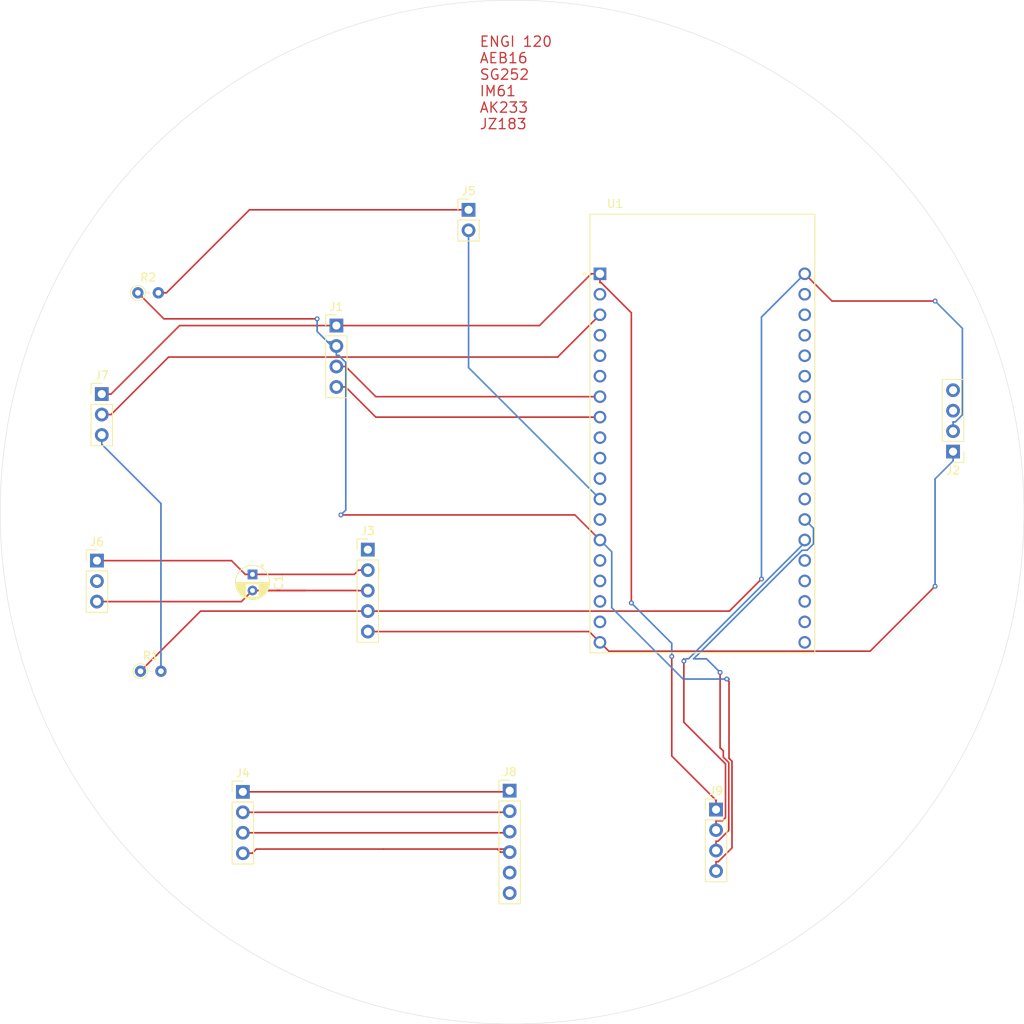
<source format=kicad_pcb>
(kicad_pcb (version 20240108) (generator "pcbnew") (generator_version "8.0")
  (layers (0 "F.Cu" signal) (31 "B.Cu" signal) (34 "B.Paste" user) (35 "F.Paste" user) (36 "B.SilkS" user "B.Silkscreen") (37 "F.SilkS" user "F.Silkscreen") (38 "B.Mask" user) (39 "F.Mask" user) (44 "Edge.Cuts" user))
  (net 0 "")
  (net 1 "ENA")
  (net 2 "3P3V")
  (net 3 "ENB")
  (net 4 "GND")
  (net 5 "OUT+")
  (net 6 "SDA")
  (net 7 "SCL")
  (net 8 "OUT-")
  (net 9 "Bat+")
  (net 10 "EN")
  (net 11 "Bat-")
  (net 12 "E+")
  (net 13 "A+")
  (net 14 "A-")
  (net 15 "E-")
  (net 16 "Net-(J5-Pin_1)")
  (net 17 "LED")
  (net 18 "Net-(J7-Pin_3)")
  (net 19 "BTN")
  (net 20 "DT")
  (net 21 "SCK")
  (footprint "Connector_PinHeader_2.54mm:PinHeader_1x04_P2.54mm_Vertical" (layer "F.Cu") (at 168 92.5 180)
    (property "Reference" "J2" (at 0 -2.33 0) (layer "F.SilkS"))
    (property "Value" "LCD Display")
    (fp_line (start 1.33 1.27) (end 1.33 8.95) (stroke (width 0.12)) (layer "F.SilkS"))
    (fp_line (start -1.33 8.95) (end 1.33 8.95) (stroke (width 0.12)) (layer "F.SilkS"))
    (fp_line (start -1.33 1.27) (end 1.33 1.27) (stroke (width 0.12)) (layer "F.SilkS"))
    (fp_line (start -1.33 1.27) (end -1.33 8.95) (stroke (width 0.12)) (layer "F.SilkS"))
    (fp_line (start -1.33 0) (end -1.33 -1.33) (stroke (width 0.12)) (layer "F.SilkS"))
    (fp_line (start -1.33 -1.33) (end 0 -1.33) (stroke (width 0.12)) (layer "F.SilkS"))
    (pad "1" thru_hole rect (at 0 0 180) (size 1.7 1.7) (drill 1) (layers "*.Cu" "*.Mask") (net 5 "OUT+"))
    (pad "2" thru_hole oval (at 0 2.54 180) (size 1.7 1.7) (drill 1) (layers "*.Cu" "*.Mask") (net 8 "OUT-"))
    (pad "3" thru_hole oval (at 0 5.08 180) (size 1.7 1.7) (drill 1) (layers "*.Cu" "*.Mask") (net 6 "SDA"))
    (pad "4" thru_hole oval (at 0 7.62 180) (size 1.7 1.7) (drill 1) (layers "*.Cu" "*.Mask") (net 7 "SCL"))
  )
  (footprint "Connector_PinHeader_2.54mm:PinHeader_1x06_P2.54mm_Vertical" (layer "F.Cu") (at 113 134.56)
    (property "Reference" "J8" (at 0 -2.33 0) (layer "F.SilkS"))
    (property "Value" "HX")
    (fp_line (start -1.33 -1.33) (end 0 -1.33) (stroke (width 0.12)) (layer "F.SilkS"))
    (fp_line (start -1.33 0) (end -1.33 -1.33) (stroke (width 0.12)) (layer "F.SilkS"))
    (fp_line (start -1.33 1.27) (end -1.33 14.03) (stroke (width 0.12)) (layer "F.SilkS"))
    (fp_line (start -1.33 1.27) (end 1.33 1.27) (stroke (width 0.12)) (layer "F.SilkS"))
    (fp_line (start -1.33 14.03) (end 1.33 14.03) (stroke (width 0.12)) (layer "F.SilkS"))
    (fp_line (start 1.33 1.27) (end 1.33 14.03) (stroke (width 0.12)) (layer "F.SilkS"))
    (pad "1" thru_hole rect (at 0 0) (size 1.7 1.7) (drill 1) (layers "*.Cu" "*.Mask") (net 12 "E+"))
    (pad "2" thru_hole oval (at 0 2.54) (size 1.7 1.7) (drill 1) (layers "*.Cu" "*.Mask") (net 15 "E-"))
    (pad "3" thru_hole oval (at 0 5.08) (size 1.7 1.7) (drill 1) (layers "*.Cu" "*.Mask") (net 14 "A-"))
    (pad "4" thru_hole oval (at 0 7.62) (size 1.7 1.7) (drill 1) (layers "*.Cu" "*.Mask") (net 13 "A+"))
    (pad "5" thru_hole oval (at 0 10.16) (size 1.7 1.7) (drill 1) (layers "*.Cu" "*.Mask"))
    (pad "6" thru_hole oval (at 0 12.7) (size 1.7 1.7) (drill 1) (layers "*.Cu" "*.Mask"))
  )
  (footprint "Connector_PinHeader_2.54mm:PinHeader_1x02_P2.54mm_Vertical" (layer "F.Cu") (at 107.9 62.5)
    (property "Reference" "J5" (at 0 -2.33 0) (layer "F.SilkS"))
    (property "Value" "LED")
    (fp_line (start -1.33 -1.33) (end 0 -1.33) (stroke (width 0.12)) (layer "F.SilkS"))
    (fp_line (start -1.33 0) (end -1.33 -1.33) (stroke (width 0.12)) (layer "F.SilkS"))
    (fp_line (start -1.33 1.27) (end -1.33 3.87) (stroke (width 0.12)) (layer "F.SilkS"))
    (fp_line (start -1.33 1.27) (end 1.33 1.27) (stroke (width 0.12)) (layer "F.SilkS"))
    (fp_line (start -1.33 3.87) (end 1.33 3.87) (stroke (width 0.12)) (layer "F.SilkS"))
    (fp_line (start 1.33 1.27) (end 1.33 3.87) (stroke (width 0.12)) (layer "F.SilkS"))
    (pad "1" thru_hole rect (at 0 0) (size 1.7 1.7) (drill 1) (layers "*.Cu" "*.Mask") (net 16 "Net-(J5-Pin_1)"))
    (pad "2" thru_hole oval (at 0 2.54) (size 1.7 1.7) (drill 1) (layers "*.Cu" "*.Mask") (net 17 "LED"))
  )
  (footprint "Capacitor_THT:CP_Radial_D4.0mm_P2.00mm" (layer "F.Cu") (at 81.1 107.7274 -90)
    (property "Reference" "C1" (at 1 -3.25 90) (layer "F.SilkS"))
    (property "Value" "100uF")
    (fp_line (start 1.2 0.84) (end 1.2 2.071) (stroke (width 0.12)) (layer "F.SilkS"))
    (fp_line (start 1.24 0.84) (end 1.24 2.067) (stroke (width 0.12)) (layer "F.SilkS"))
    (fp_line (start 1.28 0.84) (end 1.28 2.062) (stroke (width 0.12)) (layer "F.SilkS"))
    (fp_line (start 1.32 0.84) (end 1.32 2.056) (stroke (width 0.12)) (layer "F.SilkS"))
    (fp_line (start 1.36 0.84) (end 1.36 2.05) (stroke (width 0.12)) (layer "F.SilkS"))
    (fp_line (start 1.4 0.84) (end 1.4 2.042) (stroke (width 0.12)) (layer "F.SilkS"))
    (fp_line (start 1.44 0.84) (end 1.44 2.034) (stroke (width 0.12)) (layer "F.SilkS"))
    (fp_line (start 1.48 0.84) (end 1.48 2.025) (stroke (width 0.12)) (layer "F.SilkS"))
    (fp_line (start 1.52 0.84) (end 1.52 2.016) (stroke (width 0.12)) (layer "F.SilkS"))
    (fp_line (start 1.56 0.84) (end 1.56 2.005) (stroke (width 0.12)) (layer "F.SilkS"))
    (fp_line (start 1.6 0.84) (end 1.6 1.994) (stroke (width 0.12)) (layer "F.SilkS"))
    (fp_line (start 1.64 0.84) (end 1.64 1.982) (stroke (width 0.12)) (layer "F.SilkS"))
    (fp_line (start 1.68 0.84) (end 1.68 1.968) (stroke (width 0.12)) (layer "F.SilkS"))
    (fp_line (start 1.721 0.84) (end 1.721 1.954) (stroke (width 0.12)) (layer "F.SilkS"))
    (fp_line (start 1.761 0.84) (end 1.761 1.94) (stroke (width 0.12)) (layer "F.SilkS"))
    (fp_line (start 1.801 0.84) (end 1.801 1.924) (stroke (width 0.12)) (layer "F.SilkS"))
    (fp_line (start 1.841 0.84) (end 1.841 1.907) (stroke (width 0.12)) (layer "F.SilkS"))
    (fp_line (start 1.881 0.84) (end 1.881 1.889) (stroke (width 0.12)) (layer "F.SilkS"))
    (fp_line (start 1.921 0.84) (end 1.921 1.87) (stroke (width 0.12)) (layer "F.SilkS"))
    (fp_line (start 1.961 0.84) (end 1.961 1.851) (stroke (width 0.12)) (layer "F.SilkS"))
    (fp_line (start 2.001 0.84) (end 2.001 1.83) (stroke (width 0.12)) (layer "F.SilkS"))
    (fp_line (start 2.041 0.84) (end 2.041 1.808) (stroke (width 0.12)) (layer "F.SilkS"))
    (fp_line (start 2.081 0.84) (end 2.081 1.785) (stroke (width 0.12)) (layer "F.SilkS"))
    (fp_line (start 2.121 0.84) (end 2.121 1.76) (stroke (width 0.12)) (layer "F.SilkS"))
    (fp_line (start 2.161 0.84) (end 2.161 1.735) (stroke (width 0.12)) (layer "F.SilkS"))
    (fp_line (start 2.201 0.84) (end 2.201 1.708) (stroke (width 0.12)) (layer "F.SilkS"))
    (fp_line (start 2.241 0.84) (end 2.241 1.68) (stroke (width 0.12)) (layer "F.SilkS"))
    (fp_line (start 2.281 0.84) (end 2.281 1.65) (stroke (width 0.12)) (layer "F.SilkS"))
    (fp_line (start 2.321 0.84) (end 2.321 1.619) (stroke (width 0.12)) (layer "F.SilkS"))
    (fp_line (start 2.361 0.84) (end 2.361 1.587) (stroke (width 0.12)) (layer "F.SilkS"))
    (fp_line (start 2.401 0.84) (end 2.401 1.552) (stroke (width 0.12)) (layer "F.SilkS"))
    (fp_line (start 2.441 0.84) (end 2.441 1.516) (stroke (width 0.12)) (layer "F.SilkS"))
    (fp_line (start 2.481 0.84) (end 2.481 1.478) (stroke (width 0.12)) (layer "F.SilkS"))
    (fp_line (start 2.521 0.84) (end 2.521 1.438) (stroke (width 0.12)) (layer "F.SilkS"))
    (fp_line (start 2.561 0.84) (end 2.561 1.396) (stroke (width 0.12)) (layer "F.SilkS"))
    (fp_line (start 2.601 0.84) (end 2.601 1.351) (stroke (width 0.12)) (layer "F.SilkS"))
    (fp_line (start 2.641 0.84) (end 2.641 1.304) (stroke (width 0.12)) (layer "F.SilkS"))
    (fp_line (start 2.681 0.84) (end 2.681 1.254) (stroke (width 0.12)) (layer "F.SilkS"))
    (fp_line (start 2.721 0.84) (end 2.721 1.2) (stroke (width 0.12)) (layer "F.SilkS"))
    (fp_line (start 2.761 0.84) (end 2.761 1.142) (stroke (width 0.12)) (layer "F.SilkS"))
    (fp_line (start 2.801 0.84) (end 2.801 1.08) (stroke (width 0.12)) (layer "F.SilkS"))
    (fp_line (start 3.081 -0.37) (end 3.081 0.37) (stroke (width 0.12)) (layer "F.SilkS"))
    (fp_line (start 3.041 -0.537) (end 3.041 0.537) (stroke (width 0.12)) (layer "F.SilkS"))
    (fp_line (start 3.001 -0.664) (end 3.001 0.664) (stroke (width 0.12)) (layer "F.SilkS"))
    (fp_line (start 2.961 -0.768) (end 2.961 0.768) (stroke (width 0.12)) (layer "F.SilkS"))
    (fp_line (start 2.921 -0.859) (end 2.921 0.859) (stroke (width 0.12)) (layer "F.SilkS"))
    (fp_line (start 2.881 -0.94) (end 2.881 0.94) (stroke (width 0.12)) (layer "F.SilkS"))
    (fp_line (start 2.841 -1.013) (end 2.841 1.013) (stroke (width 0.12)) (layer "F.SilkS"))
    (fp_line (start 2.801 -1.08) (end 2.801 -0.84) (stroke (width 0.12)) (layer "F.SilkS"))
    (fp_line (start 2.761 -1.142) (end 2.761 -0.84) (stroke (width 0.12)) (layer "F.SilkS"))
    (fp_line (start -1.269801 -1.195) (end -0.869801 -1.195) (stroke (width 0.12)) (layer "F.SilkS"))
    (fp_line (start 2.721 -1.2) (end 2.721 -0.84) (stroke (width 0.12)) (layer "F.SilkS"))
    (fp_line (start 2.681 -1.254) (end 2.681 -0.84) (stroke (width 0.12)) (layer "F.SilkS"))
    (fp_line (start 2.641 -1.304) (end 2.641 -0.84) (stroke (width 0.12)) (layer "F.SilkS"))
    (fp_line (start 2.601 -1.351) (end 2.601 -0.84) (stroke (width 0.12)) (layer "F.SilkS"))
    (fp_line (start -1.069801 -1.395) (end -1.069801 -0.995) (stroke (width 0.12)) (layer "F.SilkS"))
    (fp_line (start 2.561 -1.396) (end 2.561 -0.84) (stroke (width 0.12)) (layer "F.SilkS"))
    (fp_line (start 2.521 -1.438) (end 2.521 -0.84) (stroke (width 0.12)) (layer "F.SilkS"))
    (fp_line (start 2.481 -1.478) (end 2.481 -0.84) (stroke (width 0.12)) (layer "F.SilkS"))
    (fp_line (start 2.441 -1.516) (end 2.441 -0.84) (stroke (width 0.12)) (layer "F.SilkS"))
    (fp_line (start 2.401 -1.552) (end 2.401 -0.84) (stroke (width 0.12)) (layer "F.SilkS"))
    (fp_line (start 2.361 -1.587) (end 2.361 -0.84) (stroke (width 0.12)) (layer "F.SilkS"))
    (fp_line (start 2.321 -1.619) (end 2.321 -0.84) (stroke (width 0.12)) (layer "F.SilkS"))
    (fp_line (start 2.281 -1.65) (end 2.281 -0.84) (stroke (width 0.12)) (layer "F.SilkS"))
    (fp_line (start 2.241 -1.68) (end 2.241 -0.84) (stroke (width 0.12)) (layer "F.SilkS"))
    (fp_line (start 2.201 -1.708) (end 2.201 -0.84) (stroke (width 0.12)) (layer "F.SilkS"))
    (fp_line (start 2.161 -1.735) (end 2.161 -0.84) (stroke (width 0.12)) (layer "F.SilkS"))
    (fp_line (start 2.121 -1.76) (end 2.121 -0.84) (stroke (width 0.12)) (layer "F.SilkS"))
    (fp_line (start 2.081 -1.785) (end 2.081 -0.84) (stroke (width 0.12)) (layer "F.SilkS"))
    (fp_line (start 2.041 -1.808) (end 2.041 -0.84) (stroke (width 0.12)) (layer "F.SilkS"))
    (fp_line (start 2.001 -1.83) (end 2.001 -0.84) (stroke (width 0.12)) (layer "F.SilkS"))
    (fp_line (start 1.961 -1.851) (end 1.961 -0.84) (stroke (width 0.12)) (layer "F.SilkS"))
    (fp_line (start 1.921 -1.87) (end 1.921 -0.84) (stroke (width 0.12)) (layer "F.SilkS"))
    (fp_line (start 1.881 -1.889) (end 1.881 -0.84) (stroke (width 0.12)) (layer "F.SilkS"))
    (fp_line (start 1.841 -1.907) (end 1.841 -0.84) (stroke (width 0.12)) (layer "F.SilkS"))
    (fp_line (start 1.801 -1.924) (end 1.801 -0.84) (stroke (width 0.12)) (layer "F.SilkS"))
    (fp_line (start 1.761 -1.94) (end 1.761 -0.84) (stroke (width 0.12)) (layer "F.SilkS"))
    (fp_line (start 1.721 -1.954) (end 1.721 -0.84) (stroke (width 0.12)) (layer "F.SilkS"))
    (fp_line (start 1.68 -1.968) (end 1.68 -0.84) (stroke (width 0.12)) (layer "F.SilkS"))
    (fp_line (start 1.64 -1.982) (end 1.64 -0.84) (stroke (width 0.12)) (layer "F.SilkS"))
    (fp_line (start 1.6 -1.994) (end 1.6 -0.84) (stroke (width 0.12)) (layer "F.SilkS"))
    (fp_line (start 1.56 -2.005) (end 1.56 -0.84) (stroke (width 0.12)) (layer "F.SilkS"))
    (fp_line (start 1.52 -2.016) (end 1.52 -0.84) (stroke (width 0.12)) (layer "F.SilkS"))
    (fp_line (start 1.48 -2.025) (end 1.48 -0.84) (stroke (width 0.12)) (layer "F.SilkS"))
    (fp_line (start 1.44 -2.034) (end 1.44 -0.84) (stroke (width 0.12)) (layer "F.SilkS"))
    (fp_line (start 1.4 -2.042) (end 1.4 -0.84) (stroke (width 0.12)) (layer "F.SilkS"))
    (fp_line (start 1.36 -2.05) (end 1.36 -0.84) (stroke (width 0.12)) (layer "F.SilkS"))
    (fp_line (start 1.32 -2.056) (end 1.32 -0.84) (stroke (width 0.12)) (layer "F.SilkS"))
    (fp_line (start 1.28 -2.062) (end 1.28 -0.84) (stroke (width 0.12)) (layer "F.SilkS"))
    (fp_line (start 1.24 -2.067) (end 1.24 -0.84) (stroke (width 0.12)) (layer "F.SilkS"))
    (fp_line (start 1.2 -2.071) (end 1.2 -0.84) (stroke (width 0.12)) (layer "F.SilkS"))
    (fp_line (start 1.16 -2.074) (end 1.16 2.074) (stroke (width 0.12)) (layer "F.SilkS"))
    (fp_line (start 1.12 -2.077) (end 1.12 2.077) (stroke (width 0.12)) (layer "F.SilkS"))
    (fp_line (start 1.08 -2.079) (end 1.08 2.079) (stroke (width 0.12)) (layer "F.SilkS"))
    (fp_line (start 1 -2.08) (end 1 2.08) (stroke (width 0.12)) (layer "F.SilkS"))
    (fp_line (start 1.04 -2.08) (end 1.04 2.08) (stroke (width 0.12)) (layer "F.SilkS"))
    (fp_circle (center 1 0) (end 3.12 0) (stroke (width 0.12)) (fill none) (layer "F.SilkS"))
    (pad "1" thru_hole rect (at 0 0 270) (size 1.2 1.2) (drill 0.6) (layers "*.Cu" "*.Mask") (net 9 "Bat+"))
    (pad "2" thru_hole circle (at 2 0 270) (size 1.2 1.2) (drill 0.6) (layers "*.Cu" "*.Mask") (net 11 "Bat-"))
  )
  (footprint "Resistor_THT:R_Axial_DIN0204_L3.6mm_D1.6mm_P2.54mm_Vertical" (layer "F.Cu") (at 66.88 72.8)
    (property "Reference" "R2" (at 1.27 -1.92 0) (layer "F.SilkS"))
    (property "Value" "R")
    (fp_line (start 0.92 0) (end 1.54 0) (stroke (width 0.12)) (layer "F.SilkS"))
    (fp_circle (center 0 0) (end 0.92 0) (stroke (width 0.12)) (fill none) (layer "F.SilkS"))
    (pad "1" thru_hole circle (at 0 0) (size 1.4 1.4) (drill 0.7) (layers "*.Cu" "*.Mask") (net 4 "GND"))
    (pad "2" thru_hole oval (at 2.54 0) (size 1.4 1.4) (drill 0.7) (layers "*.Cu" "*.Mask") (net 16 "Net-(J5-Pin_1)"))
  )
  (footprint "Connector_PinHeader_2.54mm:PinHeader_1x04_P2.54mm_Vertical" (layer "F.Cu") (at 79.9 134.7)
    (property "Reference" "J4" (at 0 -2.33 0) (layer "F.SilkS"))
    (property "Value" "Load Cell")
    (fp_line (start -1.33 -1.33) (end 0 -1.33) (stroke (width 0.12)) (layer "F.SilkS"))
    (fp_line (start -1.33 0) (end -1.33 -1.33) (stroke (width 0.12)) (layer "F.SilkS"))
    (fp_line (start -1.33 1.27) (end -1.33 8.95) (stroke (width 0.12)) (layer "F.SilkS"))
    (fp_line (start -1.33 1.27) (end 1.33 1.27) (stroke (width 0.12)) (layer "F.SilkS"))
    (fp_line (start -1.33 8.95) (end 1.33 8.95) (stroke (width 0.12)) (layer "F.SilkS"))
    (fp_line (start 1.33 1.27) (end 1.33 8.95) (stroke (width 0.12)) (layer "F.SilkS"))
    (pad "1" thru_hole rect (at 0 0) (size 1.7 1.7) (drill 1) (layers "*.Cu" "*.Mask") (net 12 "E+"))
    (pad "2" thru_hole oval (at 0 2.54) (size 1.7 1.7) (drill 1) (layers "*.Cu" "*.Mask") (net 15 "E-"))
    (pad "3" thru_hole oval (at 0 5.08) (size 1.7 1.7) (drill 1) (layers "*.Cu" "*.Mask") (net 14 "A-"))
    (pad "4" thru_hole oval (at 0 7.62) (size 1.7 1.7) (drill 1) (layers "*.Cu" "*.Mask") (net 13 "A+"))
  )
  (footprint "Connector_PinHeader_2.54mm:PinHeader_1x04_P2.54mm_Vertical" (layer "F.Cu") (at 138.6 136.9)
    (property "Reference" "J9" (at 0 -2.33 0) (layer "F.SilkS"))
    (property "Value" "HX")
    (fp_line (start -1.33 -1.33) (end 0 -1.33) (stroke (width 0.12)) (layer "F.SilkS"))
    (fp_line (start -1.33 0) (end -1.33 -1.33) (stroke (width 0.12)) (layer "F.SilkS"))
    (fp_line (start -1.33 1.27) (end -1.33 8.95) (stroke (width 0.12)) (layer "F.SilkS"))
    (fp_line (start -1.33 1.27) (end 1.33 1.27) (stroke (width 0.12)) (layer "F.SilkS"))
    (fp_line (start -1.33 8.95) (end 1.33 8.95) (stroke (width 0.12)) (layer "F.SilkS"))
    (fp_line (start 1.33 1.27) (end 1.33 8.95) (stroke (width 0.12)) (layer "F.SilkS"))
    (pad "1" thru_hole rect (at 0 0) (size 1.7 1.7) (drill 1) (layers "*.Cu" "*.Mask") (net 2 "3P3V"))
    (pad "2" thru_hole oval (at 0 2.54) (size 1.7 1.7) (drill 1) (layers "*.Cu" "*.Mask") (net 21 "SCK"))
    (pad "3" thru_hole oval (at 0 5.08) (size 1.7 1.7) (drill 1) (layers "*.Cu" "*.Mask") (net 20 "DT"))
    (pad "4" thru_hole oval (at 0 7.62) (size 1.7 1.7) (drill 1) (layers "*.Cu" "*.Mask") (net 4 "GND"))
  )
  (footprint "Resistor_THT:R_Axial_DIN0204_L3.6mm_D1.6mm_P2.54mm_Vertical" (layer "F.Cu") (at 67.2 119.74)
    (property "Reference" "R1" (at 1.27 -1.92 0) (layer "F.SilkS"))
    (property "Value" "6.2k")
    (fp_line (start 0.92 0) (end 1.54 0) (stroke (width 0.12)) (layer "F.SilkS"))
    (fp_circle (center 0 0) (end 0.92 0) (stroke (width 0.12)) (fill none) (layer "F.SilkS"))
    (pad "1" thru_hole circle (at 0 0) (size 1.4 1.4) (drill 0.7) (layers "*.Cu" "*.Mask") (net 8 "OUT-"))
    (pad "2" thru_hole oval (at 2.54 0) (size 1.4 1.4) (drill 0.7) (layers "*.Cu" "*.Mask") (net 18 "Net-(J7-Pin_3)"))
  )
  (footprint "KiCad Footprints:MODULE_ESP32-DEVKITC-32D" (layer "F.Cu") (at 136.9 90.2)
    (property "Reference" "U1" (at -10.829175 -28.446045 0) (layer "F.SilkS") (effects (font (size 1.000386 1.000386))))
    (property "Value" "ESP32-DEVKITC-32D" (hide yes))
    (fp_line (start -13.95 -27.15) (end 13.95 -27.15) (stroke (width 0.127)) (layer "F.SilkS"))
    (fp_line (start -13.95 27.25) (end -13.95 -27.15) (stroke (width 0.127)) (layer "F.SilkS"))
    (fp_line (start 13.95 -27.15) (end 13.95 27.25) (stroke (width 0.127)) (layer "F.SilkS"))
    (fp_line (start 13.95 27.25) (end -13.95 27.25) (stroke (width 0.127)) (layer "F.SilkS"))
    (fp_circle (center -14.6 -19.76) (end -14.5 -19.76) (stroke (width 0.2)) (fill none) (layer "F.SilkS"))
    (pad "J2-1" thru_hole rect (at -12.7 -19.76) (size 1.56 1.56) (drill 1.04) (layers "*.Cu" "*.Mask") (net 2 "3P3V"))
    (pad "J2-2" thru_hole circle (at -12.7 -17.22) (size 1.56 1.56) (drill 1.04) (layers "*.Cu" "*.Mask"))
    (pad "J2-3" thru_hole circle (at -12.7 -14.68) (size 1.56 1.56) (drill 1.04) (layers "*.Cu" "*.Mask") (net 19 "BTN"))
    (pad "J2-4" thru_hole circle (at -12.7 -12.14) (size 1.56 1.56) (drill 1.04) (layers "*.Cu" "*.Mask"))
    (pad "J2-5" thru_hole circle (at -12.7 -9.6) (size 1.56 1.56) (drill 1.04) (layers "*.Cu" "*.Mask"))
    (pad "J2-6" thru_hole circle (at -12.7 -7.06) (size 1.56 1.56) (drill 1.04) (layers "*.Cu" "*.Mask"))
    (pad "J2-7" thru_hole circle (at -12.7 -4.52) (size 1.56 1.56) (drill 1.04) (layers "*.Cu" "*.Mask") (net 1 "ENA"))
    (pad "J2-8" thru_hole circle (at -12.7 -1.98) (size 1.56 1.56) (drill 1.04) (layers "*.Cu" "*.Mask") (net 3 "ENB"))
    (pad "J2-9" thru_hole circle (at -12.7 0.56) (size 1.56 1.56) (drill 1.04) (layers "*.Cu" "*.Mask"))
    (pad "J2-10" thru_hole circle (at -12.7 3.1) (size 1.56 1.56) (drill 1.04) (layers "*.Cu" "*.Mask"))
    (pad "J2-11" thru_hole circle (at -12.7 5.64) (size 1.56 1.56) (drill 1.04) (layers "*.Cu" "*.Mask"))
    (pad "J2-12" thru_hole circle (at -12.7 8.18) (size 1.56 1.56) (drill 1.04) (layers "*.Cu" "*.Mask") (net 17 "LED"))
    (pad "J2-13" thru_hole circle (at -12.7 10.72) (size 1.56 1.56) (drill 1.04) (layers "*.Cu" "*.Mask"))
    (pad "J2-14" thru_hole circle (at -12.7 13.26) (size 1.56 1.56) (drill 1.04) (layers "*.Cu" "*.Mask") (net 4 "GND"))
    (pad "J2-15" thru_hole circle (at -12.7 15.8) (size 1.56 1.56) (drill 1.04) (layers "*.Cu" "*.Mask"))
    (pad "J2-16" thru_hole circle (at -12.7 18.34) (size 1.56 1.56) (drill 1.04) (layers "*.Cu" "*.Mask"))
    (pad "J2-17" thru_hole circle (at -12.7 20.88) (size 1.56 1.56) (drill 1.04) (layers "*.Cu" "*.Mask"))
    (pad "J2-18" thru_hole circle (at -12.7 23.42) (size 1.56 1.56) (drill 1.04) (layers "*.Cu" "*.Mask"))
    (pad "J2-19" thru_hole circle (at -12.7 25.96) (size 1.56 1.56) (drill 1.04) (layers "*.Cu" "*.Mask") (net 5 "OUT+"))
    (pad "J3-1" thru_hole circle (at 12.7 -19.76) (size 1.56 1.56) (drill 1.04) (layers "*.Cu" "*.Mask") (net 8 "OUT-"))
    (pad "J3-2" thru_hole circle (at 12.7 -17.22) (size 1.56 1.56) (drill 1.04) (layers "*.Cu" "*.Mask"))
    (pad "J3-3" thru_hole circle (at 12.7 -14.68) (size 1.56 1.56) (drill 1.04) (layers "*.Cu" "*.Mask"))
    (pad "J3-4" thru_hole circle (at 12.7 -12.14) (size 1.56 1.56) (drill 1.04) (layers "*.Cu" "*.Mask"))
    (pad "J3-5" thru_hole circle (at 12.7 -9.6) (size 1.56 1.56) (drill 1.04) (layers "*.Cu" "*.Mask"))
    (pad "J3-6" thru_hole circle (at 12.7 -7.06) (size 1.56 1.56) (drill 1.04) (layers "*.Cu" "*.Mask"))
    (pad "J3-7" thru_hole circle (at 12.7 -4.52) (size 1.56 1.56) (drill 1.04) (layers "*.Cu" "*.Mask"))
    (pad "J3-8" thru_hole circle (at 12.7 -1.98) (size 1.56 1.56) (drill 1.04) (layers "*.Cu" "*.Mask"))
    (pad "J3-9" thru_hole circle (at 12.7 0.56) (size 1.56 1.56) (drill 1.04) (layers "*.Cu" "*.Mask"))
    (pad "J3-10" thru_hole circle (at 12.7 3.1) (size 1.56 1.56) (drill 1.04) (layers "*.Cu" "*.Mask"))
    (pad "J3-11" thru_hole circle (at 12.7 5.64) (size 1.56 1.56) (drill 1.04) (layers "*.Cu" "*.Mask"))
    (pad "J3-12" thru_hole circle (at 12.7 8.18) (size 1.56 1.56) (drill 1.04) (layers "*.Cu" "*.Mask"))
    (pad "J3-13" thru_hole circle (at 12.7 10.72) (size 1.56 1.56) (drill 1.04) (layers "*.Cu" "*.Mask") (net 20 "DT"))
    (pad "J3-14" thru_hole circle (at 12.7 13.26) (size 1.56 1.56) (drill 1.04) (layers "*.Cu" "*.Mask") (net 21 "SCK"))
    (pad "J3-15" thru_hole circle (at 12.7 15.8) (size 1.56 1.56) (drill 1.04) (layers "*.Cu" "*.Mask"))
    (pad "J3-16" thru_hole circle (at 12.7 18.34) (size 1.56 1.56) (drill 1.04) (layers "*.Cu" "*.Mask"))
    (pad "J3-17" thru_hole circle (at 12.7 20.88) (size 1.56 1.56) (drill 1.04) (layers "*.Cu" "*.Mask"))
    (pad "J3-18" thru_hole circle (at 12.7 23.42) (size 1.56 1.56) (drill 1.04) (layers "*.Cu" "*.Mask"))
    (pad "J3-19" thru_hole circle (at 12.7 25.96) (size 1.56 1.56) (drill 1.04) (layers "*.Cu" "*.Mask"))
  )
  (footprint "Connector_PinHeader_2.54mm:PinHeader_1x04_P2.54mm_Vertical" (layer "F.Cu") (at 91.5 76.86)
    (property "Reference" "J1" (at 0 -2.33 0) (layer "F.SilkS"))
    (property "Value" "Rotary Encoder")
    (fp_line (start -1.33 -1.33) (end 0 -1.33) (stroke (width 0.12)) (layer "F.SilkS"))
    (fp_line (start -1.33 0) (end -1.33 -1.33) (stroke (width 0.12)) (layer "F.SilkS"))
    (fp_line (start -1.33 1.27) (end -1.33 8.95) (stroke (width 0.12)) (layer "F.SilkS"))
    (fp_line (start -1.33 1.27) (end 1.33 1.27) (stroke (width 0.12)) (layer "F.SilkS"))
    (fp_line (start -1.33 8.95) (end 1.33 8.95) (stroke (width 0.12)) (layer "F.SilkS"))
    (fp_line (start 1.33 1.27) (end 1.33 8.95) (stroke (width 0.12)) (layer "F.SilkS"))
    (pad "1" thru_hole rect (at 0 0) (size 1.7 1.7) (drill 1) (layers "*.Cu" "*.Mask") (net 2 "3P3V"))
    (pad "2" thru_hole oval (at 0 2.54) (size 1.7 1.7) (drill 1) (layers "*.Cu" "*.Mask") (net 4 "GND"))
    (pad "3" thru_hole oval (at 0 5.08) (size 1.7 1.7) (drill 1) (layers "*.Cu" "*.Mask") (net 1 "ENA"))
    (pad "4" thru_hole oval (at 0 7.62) (size 1.7 1.7) (drill 1) (layers "*.Cu" "*.Mask") (net 3 "ENB"))
  )
  (footprint "Connector_PinHeader_2.54mm:PinHeader_1x05_P2.54mm_Vertical" (layer "F.Cu") (at 95.4 104.66)
    (property "Reference" "J3" (at 0 -2.33 0) (layer "F.SilkS"))
    (property "Value" "DROK Voltage Regulator")
    (fp_line (start -1.33 -1.33) (end 0 -1.33) (stroke (width 0.12)) (layer "F.SilkS"))
    (fp_line (start -1.33 0) (end -1.33 -1.33) (stroke (width 0.12)) (layer "F.SilkS"))
    (fp_line (start -1.33 1.27) (end -1.33 11.49) (stroke (width 0.12)) (layer "F.SilkS"))
    (fp_line (start -1.33 1.27) (end 1.33 1.27) (stroke (width 0.12)) (layer "F.SilkS"))
    (fp_line (start -1.33 11.49) (end 1.33 11.49) (stroke (width 0.12)) (layer "F.SilkS"))
    (fp_line (start 1.33 1.27) (end 1.33 11.49) (stroke (width 0.12)) (layer "F.SilkS"))
    (pad "1" thru_hole rect (at 0 0) (size 1.7 1.7) (drill 1) (layers "*.Cu" "*.Mask") (net 10 "EN"))
    (pad "2" thru_hole oval (at 0 2.54) (size 1.7 1.7) (drill 1) (layers "*.Cu" "*.Mask") (net 9 "Bat+"))
    (pad "3" thru_hole oval (at 0 5.08) (size 1.7 1.7) (drill 1) (layers "*.Cu" "*.Mask") (net 11 "Bat-"))
    (pad "4" thru_hole oval (at 0 7.62) (size 1.7 1.7) (drill 1) (layers "*.Cu" "*.Mask") (net 8 "OUT-"))
    (pad "5" thru_hole oval (at 0 10.16) (size 1.7 1.7) (drill 1) (layers "*.Cu" "*.Mask") (net 5 "OUT+"))
  )
  (footprint "Connector_PinHeader_2.54mm:PinHeader_1x03_P2.54mm_Vertical" (layer "F.Cu") (at 61.8 106.02)
    (property "Reference" "J6" (at 0 -2.33 0) (layer "F.SilkS"))
    (property "Value" "Power")
    (fp_line (start -1.33 -1.33) (end 0 -1.33) (stroke (width 0.12)) (layer "F.SilkS"))
    (fp_line (start -1.33 0) (end -1.33 -1.33) (stroke (width 0.12)) (layer "F.SilkS"))
    (fp_line (start -1.33 1.27) (end -1.33 6.41) (stroke (width 0.12)) (layer "F.SilkS"))
    (fp_line (start -1.33 1.27) (end 1.33 1.27) (stroke (width 0.12)) (layer "F.SilkS"))
    (fp_line (start -1.33 6.41) (end 1.33 6.41) (stroke (width 0.12)) (layer "F.SilkS"))
    (fp_line (start 1.33 1.27) (end 1.33 6.41) (stroke (width 0.12)) (layer "F.SilkS"))
    (pad "1" thru_hole rect (at 0 0) (size 1.7 1.7) (drill 1) (layers "*.Cu" "*.Mask") (net 9 "Bat+"))
    (pad "2" thru_hole oval (at 0 2.54) (size 1.7 1.7) (drill 1) (layers "*.Cu" "*.Mask"))
    (pad "3" thru_hole oval (at 0 5.08) (size 1.7 1.7) (drill 1) (layers "*.Cu" "*.Mask") (net 11 "Bat-"))
  )
  (footprint "Connector_PinHeader_2.54mm:PinHeader_1x03_P2.54mm_Vertical" (layer "F.Cu") (at 62.4 85.36)
    (property "Reference" "J7" (at 0 -2.33 0) (layer "F.SilkS"))
    (property "Value" "Button")
    (fp_line (start -1.33 -1.33) (end 0 -1.33) (stroke (width 0.12)) (layer "F.SilkS"))
    (fp_line (start -1.33 0) (end -1.33 -1.33) (stroke (width 0.12)) (layer "F.SilkS"))
    (fp_line (start -1.33 1.27) (end -1.33 6.41) (stroke (width 0.12)) (layer "F.SilkS"))
    (fp_line (start -1.33 1.27) (end 1.33 1.27) (stroke (width 0.12)) (layer "F.SilkS"))
    (fp_line (start -1.33 6.41) (end 1.33 6.41) (stroke (width 0.12)) (layer "F.SilkS"))
    (fp_line (start 1.33 1.27) (end 1.33 6.41) (stroke (width 0.12)) (layer "F.SilkS"))
    (pad "1" thru_hole rect (at 0 0) (size 1.7 1.7) (drill 1) (layers "*.Cu" "*.Mask") (net 2 "3P3V"))
    (pad "2" thru_hole oval (at 0 2.54) (size 1.7 1.7) (drill 1) (layers "*.Cu" "*.Mask") (net 19 "BTN"))
    (pad "3" thru_hole oval (at 0 5.08) (size 1.7 1.7) (drill 1) (layers "*.Cu" "*.Mask") (net 18 "Net-(J7-Pin_3)"))
  )
  (gr_circle (center 113.3 100) (end 176.8 100) (stroke (width 0.05)) (fill none) (layer "Edge.Cuts"))
  (gr_text "ENGI 120\nAEB16\nSG252\nIM61\nAK233\nJZ183\n" (at 109.2 52.6 0) (layer "F.Cu") (effects (font (size 1.27 1.27)) (justify left bottom)))
  (segment (start 96.3917 85.68) (end 92.6517 81.94) (width 0.2) (layer "F.Cu") (net 1))
  (segment (start 124.2 85.68) (end 96.3917 85.68) (width 0.2) (layer "F.Cu") (net 1))
  (segment (start 91.5 81.94) (end 92.6517 81.94) (width 0.2) (layer "F.Cu") (net 1))
  (segment (start 124.2 70.44) (end 123.118 70.44) (width 0.2) (layer "F.Cu") (net 2))
  (segment (start 63.5517 85.36) (end 72.0517 76.86) (width 0.2) (layer "F.Cu") (net 2))
  (segment (start 133.1064 117.8756) (end 133.1064 117.9076) (width 0.2) (layer "F.Cu") (net 2))
  (segment (start 133.1064 130.2547) (end 138.6 135.7483) (width 0.2) (layer "F.Cu") (net 2))
  (segment (start 62.4 85.36) (end 63.5517 85.36) (width 0.2) (layer "F.Cu") (net 2))
  (segment (start 128.0922 111.2668) (end 128.0922 75.2787) (width 0.2) (layer "F.Cu") (net 2))
  (segment (start 133.1064 117.9076) (end 133.1064 130.2547) (width 0.2) (layer "F.Cu") (net 2))
  (segment (start 128.0922 75.2787) (end 124.3352 71.5217) (width 0.2) (layer "F.Cu") (net 2))
  (segment (start 138.6 136.9) (end 138.6 135.7483) (width 0.2) (layer "F.Cu") (net 2))
  (segment (start 116.698 76.86) (end 91.5 76.86) (width 0.2) (layer "F.Cu") (net 2))
  (segment (start 124.2 70.44) (end 124.2 71.5217) (width 0.2) (layer "F.Cu") (net 2))
  (segment (start 133.1064 117.9076) (end 133.1064 117.8756) (width 0.2) (layer "F.Cu") (net 2))
  (segment (start 123.118 70.44) (end 116.698 76.86) (width 0.2) (layer "F.Cu") (net 2))
  (segment (start 72.0517 76.86) (end 91.5 76.86) (width 0.2) (layer "F.Cu") (net 2))
  (segment (start 124.3352 71.5217) (end 124.2 71.5217) (width 0.2) (layer "F.Cu") (net 2))
  (via (at 128.0922 111.2668) (size 0.6) (drill 0.3) (layers "F.Cu" "B.Cu") (net 2))
  (via (at 133.1064 117.9076) (size 0.6) (drill 0.3) (layers "F.Cu" "B.Cu") (net 2))
  (segment (start 133.1064 116.281) (end 128.0922 111.2668) (width 0.2) (layer "B.Cu") (net 2))
  (segment (start 133.1064 117.8756) (end 133.1064 117.9076) (width 0.2) (layer "B.Cu") (net 2))
  (segment (start 133.1064 117.9076) (end 133.1064 116.281) (width 0.2) (layer "B.Cu") (net 2))
  (segment (start 133.1064 117.9076) (end 133.1064 117.8756) (width 0.2) (layer "B.Cu") (net 2))
  (segment (start 91.5 84.48) (end 92.6517 84.48) (width 0.2) (layer "F.Cu") (net 3))
  (segment (start 92.6517 84.48) (end 96.3917 88.22) (width 0.2) (layer "F.Cu") (net 3))
  (segment (start 96.3917 88.22) (end 124.2 88.22) (width 0.2) (layer "F.Cu") (net 3))
  (segment (start 140.2086 120.9916) (end 139.9246 120.7076) (width 0.2) (layer "F.Cu") (net 4))
  (segment (start 140.3425 130.6687) (end 140.2086 130.5348) (width 0.2) (layer "F.Cu") (net 4))
  (segment (start 140.5779 141.6589) (end 140.5779 130.9041) (width 0.2) (layer "F.Cu") (net 4))
  (segment (start 140.2086 120.7076) (end 139.9246 120.7076) (width 0.2) (layer "F.Cu") (net 4))
  (segment (start 138.8685 143.3683) (end 140.5779 141.6589) (width 0.2) (layer "F.Cu") (net 4))
  (segment (start 140.3425 130.6687) (end 140.2086 130.5348) (width 0.2) (layer "F.Cu") (net 4))
  (segment (start 140.5779 130.9041) (end 140.3425 130.6687) (width 0.2) (layer "F.Cu") (net 4))
  (segment (start 121.091 100.351) (end 124.2 103.46) (width 0.2) (layer "F.Cu") (net 4))
  (segment (start 138.6 143.3683) (end 138.8685 143.3683) (width 0.2) (layer "F.Cu") (net 4))
  (segment (start 70.1061 76.0261) (end 66.88 72.8) (width 0.2) (layer "F.Cu") (net 4))
  (segment (start 139.9246 120.7076) (end 140.2086 120.7076) (width 0.2) (layer "F.Cu") (net 4))
  (segment (start 140.2086 130.5348) (end 140.2086 120.9916) (width 0.2) (layer "F.Cu") (net 4))
  (segment (start 89.1161 76.0261) (end 70.1061 76.0261) (width 0.2) (layer "F.Cu") (net 4))
  (segment (start 138.6 144.52) (end 138.6 143.3683) (width 0.2) (layer "F.Cu") (net 4))
  (segment (start 92.0642 100.351) (end 121.091 100.351) (width 0.2) (layer "F.Cu") (net 4))
  (via (at 89.1161 76.0261) (size 0.6) (drill 0.3) (layers "F.Cu" "B.Cu") (net 4))
  (via (at 139.9246 120.7076) (size 0.6) (drill 0.3) (layers "F.Cu" "B.Cu") (net 4))
  (via (at 92.0642 100.351) (size 0.6) (drill 0.3) (layers "F.Cu" "B.Cu") (net 4))
  (segment (start 91.5 79.9758) (end 90.4171 78.8929) (width 0.2) (layer "B.Cu") (net 4))
  (segment (start 91.5 79.4) (end 91.5 80.5517) (width 0.2) (layer "B.Cu") (net 4))
  (segment (start 125.66 104.92) (end 125.37 104.63) (width 0.2) (layer "B.Cu") (net 4))
  (segment (start 90.4171 78.8929) (end 89.1161 77.5919) (width 0.2) (layer "B.Cu") (net 4))
  (segment (start 92.6689 99.7463) (end 92.0642 100.351) (width 0.2) (layer "B.Cu") (net 4))
  (segment (start 91.7879 80.5517) (end 92.6689 81.4327) (width 0.2) (layer "B.Cu") (net 4))
  (segment (start 89.1161 77.5919) (end 89.1161 76.0261) (width 0.2) (layer "B.Cu") (net 4))
  (segment (start 91.5 80.5517) (end 91.7879 80.5517) (width 0.2) (layer "B.Cu") (net 4))
  (segment (start 90.9929 78.8929) (end 91.5 79.4) (width 0.2) (layer "B.Cu") (net 4))
  (segment (start 125.66 104.92) (end 125.66 111.8602) (width 0.2) (layer "B.Cu") (net 4))
  (segment (start 140.2086 120.7076) (end 139.9246 120.7076) (width 0.2) (layer "B.Cu") (net 4))
  (segment (start 92.6689 81.4327) (end 92.6689 99.7463) (width 0.2) (layer "B.Cu") (net 4))
  (segment (start 125.37 104.63) (end 124.2 103.46) (width 0.2) (layer "B.Cu") (net 4))
  (segment (start 90.4171 78.8929) (end 90.9929 78.8929) (width 0.2) (layer "B.Cu") (net 4))
  (segment (start 125.66 111.8602) (end 134.5074 120.7076) (width 0.2) (layer "B.Cu") (net 4))
  (segment (start 139.9246 120.7076) (end 140.2086 120.7076) (width 0.2) (layer "B.Cu") (net 4))
  (segment (start 134.5074 120.7076) (end 139.9246 120.7076) (width 0.2) (layer "B.Cu") (net 4))
  (segment (start 122.86 114.82) (end 124.2 116.16) (width 0.2) (layer "F.Cu") (net 5))
  (segment (start 157.712 117.25) (end 125.29 117.25) (width 0.2) (layer "F.Cu") (net 5))
  (segment (start 165.767 109.195) (end 157.712 117.25) (width 0.2) (layer "F.Cu") (net 5))
  (segment (start 95.4 114.82) (end 122.86 114.82) (width 0.2) (layer "F.Cu") (net 5))
  (segment (start 125.29 117.25) (end 124.2 116.16) (width 0.2) (layer "F.Cu") (net 5))
  (via (at 165.767 109.195) (size 0.6) (drill 0.3) (layers "F.Cu" "B.Cu") (net 5))
  (segment (start 168 92.5) (end 168 93.6517) (width 0.2) (layer "B.Cu") (net 5))
  (segment (start 165.767 95.885) (end 165.767 109.195) (width 0.2) (layer "B.Cu") (net 5))
  (segment (start 168 93.6517) (end 165.767 95.885) (width 0.2) (layer "B.Cu") (net 5))
  (segment (start 144.234 108.299) (end 140.253 112.28) (width 0.2) (layer "F.Cu") (net 8))
  (segment (start 74.66 112.28) (end 95.4 112.28) (width 0.2) (layer "F.Cu") (net 8))
  (segment (start 165.767 73.8181) (end 152.978 73.8181) (width 0.2) (layer "F.Cu") (net 8))
  (segment (start 152.978 73.8181) (end 149.6 70.44) (width 0.2) (layer "F.Cu") (net 8))
  (segment (start 140.253 112.28) (end 95.4 112.28) (width 0.2) (layer "F.Cu") (net 8))
  (segment (start 67.2 119.74) (end 74.66 112.28) (width 0.2) (layer "F.Cu") (net 8))
  (via (at 144.234 108.299) (size 0.6) (drill 0.3) (layers "F.Cu" "B.Cu") (net 8))
  (via (at 165.767 73.8181) (size 0.6) (drill 0.3) (layers "F.Cu" "B.Cu") (net 8))
  (segment (start 168.288 88.8083) (end 169.159 87.9376) (width 0.2) (layer "B.Cu") (net 8))
  (segment (start 149.6 70.44) (end 144.234 75.8061) (width 0.2) (layer "B.Cu") (net 8))
  (segment (start 168 88.8083) (end 168.288 88.8083) (width 0.2) (layer "B.Cu") (net 8))
  (segment (start 169.159 87.9376) (end 169.159 77.21) (width 0.2) (layer "B.Cu") (net 8))
  (segment (start 168 89.96) (end 168 88.8083) (width 0.2) (layer "B.Cu") (net 8))
  (segment (start 169.159 77.21) (end 165.767 73.8181) (width 0.2) (layer "B.Cu") (net 8))
  (segment (start 144.234 75.8061) (end 144.234 108.299) (width 0.2) (layer "B.Cu") (net 8))
  (segment (start 81.1 107.7274) (end 81.1 107.727) (width 0.2) (layer "F.Cu") (net 9))
  (segment (start 78.4909 106.02) (end 80.1983 107.727) (width 0.2) (layer "F.Cu") (net 9))
  (segment (start 81.1 107.727) (end 80.6492 107.727) (width 0.2) (layer "F.Cu") (net 9))
  (segment (start 95.4 107.2) (end 94.2483 107.2) (width 0.2) (layer "F.Cu") (net 9))
  (segment (start 61.8 106.02) (end 78.4909 106.02) (width 0.2) (layer "F.Cu") (net 9))
  (segment (start 81.1 107.727) (end 93.7209 107.727) (width 0.2) (layer "F.Cu") (net 9))
  (segment (start 93.7209 107.727) (end 94.2483 107.2) (width 0.2) (layer "F.Cu") (net 9))
  (segment (start 80.6492 107.727) (end 80.1983 107.727) (width 0.2) (layer "F.Cu") (net 9))
  (segment (start 81.0996 107.727) (end 81.1 107.727) (width 0.2) (layer "F.Cu") (net 9))
  (segment (start 81.0996 107.727) (end 81.1 107.727) (width 0.2) (layer "F.Cu") (net 9))
  (segment (start 80.6492 107.727) (end 81.0996 107.727) (width 0.2) (layer "F.Cu") (net 9))
  (segment (start 87.6679 109.727) (end 81.1004 109.727) (width 0.2) (layer "F.Cu") (net 11))
  (segment (start 81.1 109.7274) (end 81.1 109.727) (width 0.2) (layer "F.Cu") (net 11))
  (segment (start 61.8 111.1) (end 79.7274 111.1) (width 0.2) (layer "F.Cu") (net 11))
  (segment (start 94.2357 109.727) (end 94.2483 109.74) (width 0.2) (layer "F.Cu") (net 11))
  (segment (start 81.1004 109.727) (end 81.1 109.727) (width 0.2) (layer "F.Cu") (net 11))
  (segment (start 79.7274 111.1) (end 81.1 109.727) (width 0.2) (layer "F.Cu") (net 11))
  (segment (start 81.1 109.727) (end 87.6679 109.727) (width 0.2) (layer "F.Cu") (net 11))
  (segment (start 94.2483 109.74) (end 95.4 109.74) (width 0.2) (layer "F.Cu") (net 11))
  (segment (start 87.6679 109.727) (end 94.2357 109.727) (width 0.2) (layer "F.Cu") (net 11))
  (segment (start 112.88 134.44) (end 113 134.56) (width 0.2) (layer "F.Cu") (net 12))
  (segment (start 79.9 134.7) (end 112.58 134.7) (width 0.2) (layer "F.Cu") (net 12))
  (segment (start 112.58 134.7) (end 113.1 134.18) (width 0.2) (layer "F.Cu") (net 12))
  (segment (start 112.84 134.44) (end 112.88 134.44) (width 0.2) (layer "F.Cu") (net 12))
  (segment (start 81.5717 141.8) (end 81.0517 142.32) (width 0.2) (layer "F.Cu") (net 13))
  (segment (start 113 142.18) (end 111.848 142.18) (width 0.2) (layer "F.Cu") (net 13))
  (segment (start 113.1 141.8) (end 97.3359 141.8) (width 0.2) (layer "F.Cu") (net 13))
  (segment (start 111.468 141.8) (end 111.848 142.18) (width 0.2) (layer "F.Cu") (net 13))
  (segment (start 79.9 142.32) (end 81.0517 142.32) (width 0.2) (layer "F.Cu") (net 13))
  (segment (start 97.3359 141.8) (end 81.5717 141.8) (width 0.2) (layer "F.Cu") (net 13))
  (segment (start 112.58 139.78) (end 112.84 139.52) (width 0.2) (layer "F.Cu") (net 14))
  (segment (start 112.84 139.52) (end 112.88 139.52) (width 0.2) (layer "F.Cu") (net 14))
  (segment (start 112.84 139.52) (end 113.1 139.26) (width 0.2) (layer "F.Cu") (net 14))
  (segment (start 112.88 139.52) (end 113 139.64) (width 0.2) (layer "F.Cu") (net 14))
  (segment (start 79.9 139.78) (end 112.58 139.78) (width 0.2) (layer "F.Cu") (net 14))
  (segment (start 113 137.1) (end 112.86 136.96) (width 0.2) (layer "F.Cu") (net 15))
  (segment (start 79.9 137.24) (end 112.58 137.24) (width 0.2) (layer "F.Cu") (net 15))
  (segment (start 112.58 137.24) (end 112.86 136.96) (width 0.2) (layer "F.Cu") (net 15))
  (segment (start 112.86 136.96) (end 113.1 136.72) (width 0.2) (layer "F.Cu") (net 15))
  (segment (start 80.7217 62.5) (end 107.9 62.5) (width 0.2) (layer "F.Cu") (net 16))
  (segment (start 70.4217 72.8) (end 80.7217 62.5) (width 0.2) (layer "F.Cu") (net 16))
  (segment (start 69.42 72.8) (end 70.4217 72.8) (width 0.2) (layer "F.Cu") (net 16))
  (segment (start 107.9 65.04) (end 107.9 82.08) (width 0.2) (layer "B.Cu") (net 17))
  (segment (start 107.9 82.08) (end 124.2 98.38) (width 0.2) (layer "B.Cu") (net 17))
  (segment (start 69.74 98.9317) (end 62.4 91.5917) (width 0.2) (layer "B.Cu") (net 18))
  (segment (start 62.4 91.5917) (end 62.4 90.44) (width 0.2) (layer "B.Cu") (net 18))
  (segment (start 69.74 119.74) (end 69.74 98.9317) (width 0.2) (layer "B.Cu") (net 18))
  (segment (start 70.6839 80.7678) (end 118.952 80.7678) (width 0.2) (layer "F.Cu") (net 19))
  (segment (start 118.952 80.7678) (end 118.952 80.7677) (width 0.2) (layer "F.Cu") (net 19))
  (segment (start 63.5517 87.9) (end 70.6839 80.7678) (width 0.2) (layer "F.Cu") (net 19))
  (segment (start 118.952 80.7677) (end 124.2 75.52) (width 0.2) (layer "F.Cu") (net 19))
  (segment (start 62.4 87.9) (end 63.5517 87.9) (width 0.2) (layer "F.Cu") (net 19))
  (segment (start 139.2673 129.3908) (end 139.101 129.2245) (width 0.2) (layer "F.Cu") (net 20))
  (segment (start 139.101 129.2245) (end 139.101 119.884) (width 0.2) (layer "F.Cu") (net 20))
  (segment (start 140.1762 139.4926) (end 140.1762 131.0704) (width 0.2) (layer "F.Cu") (net 20))
  (segment (start 138.8405 140.8283) (end 140.1762 139.4926) (width 0.2) (layer "F.Cu") (net 20))
  (segment (start 140.1762 131.0704) (end 139.5027 130.3969) (width 0.2) (layer "F.Cu") (net 20))
  (segment (start 138.6 141.98) (end 138.6 140.8283) (width 0.2) (layer "F.Cu") (net 20))
  (segment (start 138.6 140.8283) (end 138.8405 140.8283) (width 0.2) (layer "F.Cu") (net 20))
  (segment (start 139.5027 130.3969) (end 139.5027 129.6262) (width 0.2) (layer "F.Cu") (net 20))
  (segment (start 139.5027 129.6262) (end 139.2673 129.3908) (width 0.2) (layer "F.Cu") (net 20))
  (segment (start 139.2673 129.3908) (end 139.101 129.2245) (width 0.2) (layer "F.Cu") (net 20))
  (via (at 139.101 119.884) (size 0.6) (drill 0.3) (layers "F.Cu" "B.Cu") (net 20))
  (segment (start 149.901 104.73) (end 149.287 104.73) (width 0.2) (layer "B.Cu") (net 20))
  (segment (start 136.426 117.591) (end 135.814 118.203) (width 0.2) (layer "B.Cu") (net 20))
  (segment (start 149.6 100.92) (end 150.682 102.002) (width 0.2) (layer "B.Cu") (net 20))
  (segment (start 150.682 103.949) (end 149.901 104.73) (width 0.2) (layer "B.Cu") (net 20))
  (segment (start 135.814 118.203) (end 137.42 118.203) (width 0.2) (layer "B.Cu") (net 20))
  (segment (start 149.287 104.73) (end 136.426 117.591) (width 0.2) (layer "B.Cu") (net 20))
  (segment (start 137.42 118.203) (end 139.101 119.884) (width 0.2) (layer "B.Cu") (net 20))
  (segment (start 150.682 102.002) (end 150.682 103.949) (width 0.2) (layer "B.Cu") (net 20))
  (segment (start 134.6079 118.4845) (end 134.6079 118.1933) (width 0.2) (layer "F.Cu") (net 21))
  (segment (start 138.6 138.2883) (end 139.3918 138.2883) (width 0.2) (layer "F.Cu") (net 21))
  (segment (start 134.6079 126.0701) (end 134.6079 118.4845) (width 0.2) (layer "F.Cu") (net 21))
  (segment (start 139.7745 131.2367) (end 134.6079 126.0701) (width 0.2) (layer "F.Cu") (net 21))
  (segment (start 139.3918 138.2883) (end 139.7745 137.9056) (width 0.2) (layer "F.Cu") (net 21))
  (segment (start 134.6079 118.1933) (end 134.6079 118.4845) (width 0.2) (layer "F.Cu") (net 21))
  (segment (start 138.6 139.44) (end 138.6 138.2883) (width 0.2) (layer "F.Cu") (net 21))
  (segment (start 139.7745 137.9056) (end 139.7745 131.2367) (width 0.2) (layer "F.Cu") (net 21))
  (via (at 134.6079 118.4845) (size 0.6) (drill 0.3) (layers "F.Cu" "B.Cu") (net 21))
  (segment (start 137.8222 115.5618) (end 149.6 103.784) (width 0.2) (layer "B.Cu") (net 21))
  (segment (start 134.8991 118.1933) (end 135.1907 118.1933) (width 0.2) (layer "B.Cu") (net 21))
  (segment (start 134.6079 118.4845) (end 134.6079 118.1933) (width 0.2) (layer "B.Cu") (net 21))
  (segment (start 134.6079 118.4845) (end 134.8991 118.1933) (width 0.2) (layer "B.Cu") (net 21))
  (segment (start 149.6 103.784) (end 149.6 103.46) (width 0.2) (layer "B.Cu") (net 21))
  (segment (start 135.1907 118.1933) (end 137.8222 115.5618) (width 0.2) (layer "B.Cu") (net 21))
  (segment (start 134.6079 118.1933) (end 134.6079 118.4845) (width 0.2) (layer "B.Cu") (net 21))
)
</source>
